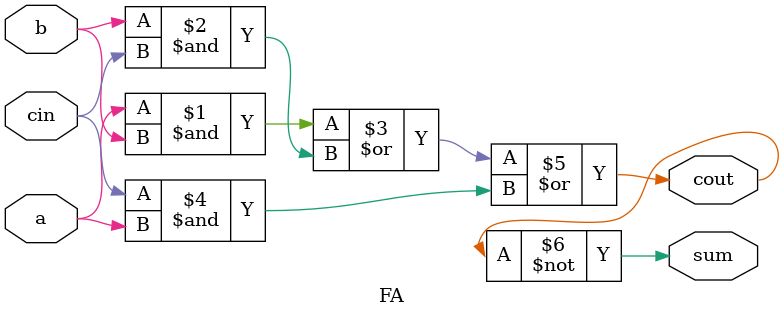
<source format=sv>
module FA(
    input wire a, 
    input wire b, 
    input wire cin,
    output wire sum,
    output wire cout
);
    assign cout = (a&b) | (b&cin) | (cin&a);
    assign sum = ~cout;
endmodule
</source>
